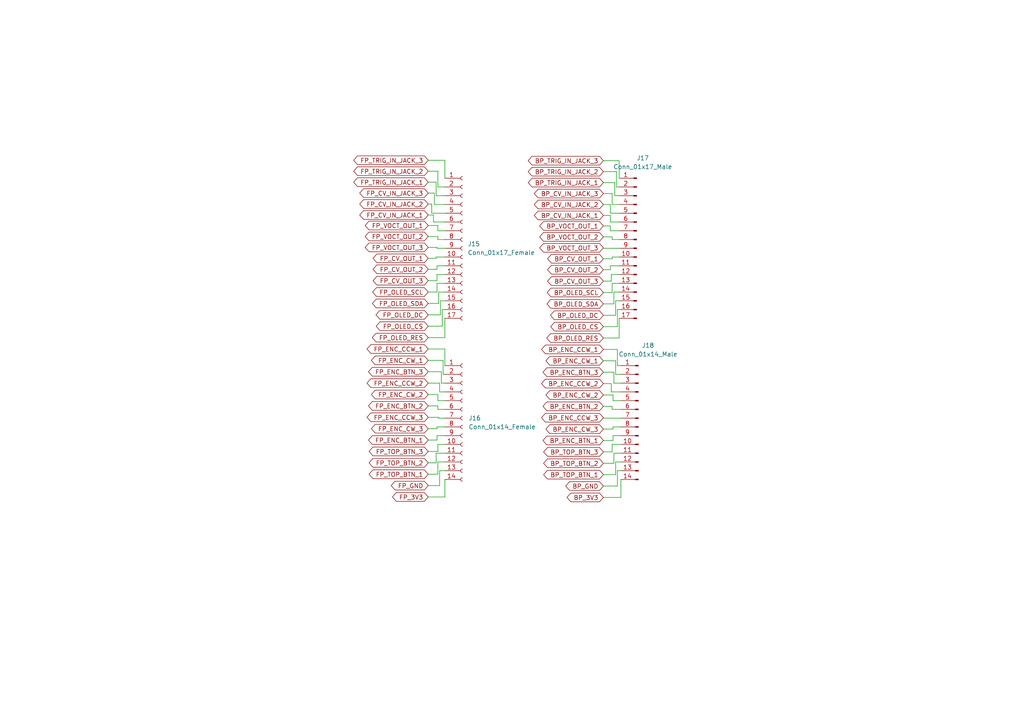
<source format=kicad_sch>
(kicad_sch (version 20211123) (generator eeschema)
  (paper "A4")
  (lib_symbols
    (symbol "Connector:Conn_01x14_Female" (pin_names (offset 1.016) hide)
      (property "Reference" "J" (at 0 17.78 0))
      (property "Value" "Conn_01x14_Female" (at 0 -20.32 0))
      (symbol "Conn_01x14_Female_1_1"
        (arc (start 0 -17.272) (mid -0.508 -17.78) (end 0 -18.288) (stroke (width 0.1524)))
        (arc (start 0 -14.732) (mid -0.508 -15.24) (end 0 -15.748) (stroke (width 0.1524)))
        (arc (start 0 -12.192) (mid -0.508 -12.7) (end 0 -13.208) (stroke (width 0.1524)))
        (arc (start 0 -9.652) (mid -0.508 -10.16) (end 0 -10.668) (stroke (width 0.1524)))
        (arc (start 0 -7.112) (mid -0.508 -7.62) (end 0 -8.128) (stroke (width 0.1524)))
        (arc (start 0 -4.572) (mid -0.508 -5.08) (end 0 -5.588) (stroke (width 0.1524)))
        (arc (start 0 -2.032) (mid -0.508 -2.54) (end 0 -3.048) (stroke (width 0.1524)))
        (polyline (pts (xy -1.27 -17.78) (xy -0.508 -17.78)) (stroke (width 0.1524)))
        (polyline (pts (xy -1.27 -15.24) (xy -0.508 -15.24)) (stroke (width 0.1524)))
        (polyline (pts (xy -1.27 -12.7) (xy -0.508 -12.7)) (stroke (width 0.1524)))
        (polyline (pts (xy -1.27 -10.16) (xy -0.508 -10.16)) (stroke (width 0.1524)))
        (polyline (pts (xy -1.27 -7.62) (xy -0.508 -7.62)) (stroke (width 0.1524)))
        (polyline (pts (xy -1.27 -5.08) (xy -0.508 -5.08)) (stroke (width 0.1524)))
        (polyline (pts (xy -1.27 -2.54) (xy -0.508 -2.54)) (stroke (width 0.1524)))
        (polyline (pts (xy -1.27 0) (xy -0.508 0)) (stroke (width 0.1524)))
        (polyline (pts (xy -1.27 2.54) (xy -0.508 2.54)) (stroke (width 0.1524)))
        (polyline (pts (xy -1.27 5.08) (xy -0.508 5.08)) (stroke (width 0.1524)))
        (polyline (pts (xy -1.27 7.62) (xy -0.508 7.62)) (stroke (width 0.1524)))
        (polyline (pts (xy -1.27 10.16) (xy -0.508 10.16)) (stroke (width 0.1524)))
        (polyline (pts (xy -1.27 12.7) (xy -0.508 12.7)) (stroke (width 0.1524)))
        (polyline (pts (xy -1.27 15.24) (xy -0.508 15.24)) (stroke (width 0.1524)))
        (arc (start 0 0.508) (mid -0.508 0) (end 0 -0.508) (stroke (width 0.1524)))
        (arc (start 0 3.048) (mid -0.508 2.54) (end 0 2.032) (stroke (width 0.1524)))
        (arc (start 0 5.588) (mid -0.508 5.08) (end 0 4.572) (stroke (width 0.1524)))
        (arc (start 0 8.128) (mid -0.508 7.62) (end 0 7.112) (stroke (width 0.1524)))
        (arc (start 0 10.668) (mid -0.508 10.16) (end 0 9.652) (stroke (width 0.1524)))
        (arc (start 0 13.208) (mid -0.508 12.7) (end 0 12.192) (stroke (width 0.1524)))
        (arc (start 0 15.748) (mid -0.508 15.24) (end 0 14.732) (stroke (width 0.1524)))
        (pin passive line (at -5.08 15.24 0) (length 3.81) (name "Pin_1") (number "1"))
        (pin passive line (at -5.08 -7.62 0) (length 3.81) (name "Pin_10") (number "10"))
        (pin passive line (at -5.08 -10.16 0) (length 3.81) (name "Pin_11") (number "11"))
        (pin passive line (at -5.08 -12.7 0) (length 3.81) (name "Pin_12") (number "12"))
        (pin passive line (at -5.08 -15.24 0) (length 3.81) (name "Pin_13") (number "13"))
        (pin passive line (at -5.08 -17.78 0) (length 3.81) (name "Pin_14") (number "14"))
        (pin passive line (at -5.08 12.7 0) (length 3.81) (name "Pin_2") (number "2"))
        (pin passive line (at -5.08 10.16 0) (length 3.81) (name "Pin_3") (number "3"))
        (pin passive line (at -5.08 7.62 0) (length 3.81) (name "Pin_4") (number "4"))
        (pin passive line (at -5.08 5.08 0) (length 3.81) (name "Pin_5") (number "5"))
        (pin passive line (at -5.08 2.54 0) (length 3.81) (name "Pin_6") (number "6"))
        (pin passive line (at -5.08 0 0) (length 3.81) (name "Pin_7") (number "7"))
        (pin passive line (at -5.08 -2.54 0) (length 3.81) (name "Pin_8") (number "8"))
        (pin passive line (at -5.08 -5.08 0) (length 3.81) (name "Pin_9") (number "9"))
      )
    )
    (symbol "Connector:Conn_01x14_Male" (pin_names (offset 1.016) hide)
      (property "Reference" "J" (at 0 17.78 0))
      (property "Value" "Conn_01x14_Male" (at 0 -20.32 0))
      (symbol "Conn_01x14_Male_1_1"
        (polyline (pts (xy 1.27 -17.78) (xy 0.8636 -17.78)) (stroke (width 0.1524)))
        (polyline (pts (xy 1.27 -15.24) (xy 0.8636 -15.24)) (stroke (width 0.1524)))
        (polyline (pts (xy 1.27 -12.7) (xy 0.8636 -12.7)) (stroke (width 0.1524)))
        (polyline (pts (xy 1.27 -10.16) (xy 0.8636 -10.16)) (stroke (width 0.1524)))
        (polyline (pts (xy 1.27 -7.62) (xy 0.8636 -7.62)) (stroke (width 0.1524)))
        (polyline (pts (xy 1.27 -5.08) (xy 0.8636 -5.08)) (stroke (width 0.1524)))
        (polyline (pts (xy 1.27 -2.54) (xy 0.8636 -2.54)) (stroke (width 0.1524)))
        (polyline (pts (xy 1.27 0) (xy 0.8636 0)) (stroke (width 0.1524)))
        (polyline (pts (xy 1.27 2.54) (xy 0.8636 2.54)) (stroke (width 0.1524)))
        (polyline (pts (xy 1.27 5.08) (xy 0.8636 5.08)) (stroke (width 0.1524)))
        (polyline (pts (xy 1.27 7.62) (xy 0.8636 7.62)) (stroke (width 0.1524)))
        (polyline (pts (xy 1.27 10.16) (xy 0.8636 10.16)) (stroke (width 0.1524)))
        (polyline (pts (xy 1.27 12.7) (xy 0.8636 12.7)) (stroke (width 0.1524)))
        (polyline (pts (xy 1.27 15.24) (xy 0.8636 15.24)) (stroke (width 0.1524)))
        (rectangle (start 0.8636 -17.653) (end 0 -17.907) (stroke (width 0.1524)) (fill (type outline)))
        (rectangle (start 0.8636 -15.113) (end 0 -15.367) (stroke (width 0.1524)) (fill (type outline)))
        (rectangle (start 0.8636 -12.573) (end 0 -12.827) (stroke (width 0.1524)) (fill (type outline)))
        (rectangle (start 0.8636 -10.033) (end 0 -10.287) (stroke (width 0.1524)) (fill (type outline)))
        (rectangle (start 0.8636 -7.493) (end 0 -7.747) (stroke (width 0.1524)) (fill (type outline)))
        (rectangle (start 0.8636 -4.953) (end 0 -5.207) (stroke (width 0.1524)) (fill (type outline)))
        (rectangle (start 0.8636 -2.413) (end 0 -2.667) (stroke (width 0.1524)) (fill (type outline)))
        (rectangle (start 0.8636 0.127) (end 0 -0.127) (stroke (width 0.1524)) (fill (type outline)))
        (rectangle (start 0.8636 2.667) (end 0 2.413) (stroke (width 0.1524)) (fill (type outline)))
        (rectangle (start 0.8636 5.207) (end 0 4.953) (stroke (width 0.1524)) (fill (type outline)))
        (rectangle (start 0.8636 7.747) (end 0 7.493) (stroke (width 0.1524)) (fill (type outline)))
        (rectangle (start 0.8636 10.287) (end 0 10.033) (stroke (width 0.1524)) (fill (type outline)))
        (rectangle (start 0.8636 12.827) (end 0 12.573) (stroke (width 0.1524)) (fill (type outline)))
        (rectangle (start 0.8636 15.367) (end 0 15.113) (stroke (width 0.1524)) (fill (type outline)))
        (pin passive line (at 5.08 15.24 180) (length 3.81) (name "Pin_1") (number "1"))
        (pin passive line (at 5.08 -7.62 180) (length 3.81) (name "Pin_10") (number "10"))
        (pin passive line (at 5.08 -10.16 180) (length 3.81) (name "Pin_11") (number "11"))
        (pin passive line (at 5.08 -12.7 180) (length 3.81) (name "Pin_12") (number "12"))
        (pin passive line (at 5.08 -15.24 180) (length 3.81) (name "Pin_13") (number "13"))
        (pin passive line (at 5.08 -17.78 180) (length 3.81) (name "Pin_14") (number "14"))
        (pin passive line (at 5.08 12.7 180) (length 3.81) (name "Pin_2") (number "2"))
        (pin passive line (at 5.08 10.16 180) (length 3.81) (name "Pin_3") (number "3"))
        (pin passive line (at 5.08 7.62 180) (length 3.81) (name "Pin_4") (number "4"))
        (pin passive line (at 5.08 5.08 180) (length 3.81) (name "Pin_5") (number "5"))
        (pin passive line (at 5.08 2.54 180) (length 3.81) (name "Pin_6") (number "6"))
        (pin passive line (at 5.08 0 180) (length 3.81) (name "Pin_7") (number "7"))
        (pin passive line (at 5.08 -2.54 180) (length 3.81) (name "Pin_8") (number "8"))
        (pin passive line (at 5.08 -5.08 180) (length 3.81) (name "Pin_9") (number "9"))
      )
    )
    (symbol "Connector:Conn_01x17_Female" (pin_names (offset 1.016) hide)
      (property "Reference" "J" (at 0 22.86 0))
      (property "Value" "Conn_01x17_Female" (at 0 -22.86 0))
      (symbol "Conn_01x17_Female_1_1"
        (arc (start 0 -19.812) (mid -0.508 -20.32) (end 0 -20.828) (stroke (width 0.1524)))
        (arc (start 0 -17.272) (mid -0.508 -17.78) (end 0 -18.288) (stroke (width 0.1524)))
        (arc (start 0 -14.732) (mid -0.508 -15.24) (end 0 -15.748) (stroke (width 0.1524)))
        (arc (start 0 -12.192) (mid -0.508 -12.7) (end 0 -13.208) (stroke (width 0.1524)))
        (arc (start 0 -9.652) (mid -0.508 -10.16) (end 0 -10.668) (stroke (width 0.1524)))
        (arc (start 0 -7.112) (mid -0.508 -7.62) (end 0 -8.128) (stroke (width 0.1524)))
        (arc (start 0 -4.572) (mid -0.508 -5.08) (end 0 -5.588) (stroke (width 0.1524)))
        (arc (start 0 -2.032) (mid -0.508 -2.54) (end 0 -3.048) (stroke (width 0.1524)))
        (polyline (pts (xy -1.27 -20.32) (xy -0.508 -20.32)) (stroke (width 0.1524)))
        (polyline (pts (xy -1.27 -17.78) (xy -0.508 -17.78)) (stroke (width 0.1524)))
        (polyline (pts (xy -1.27 -15.24) (xy -0.508 -15.24)) (stroke (width 0.1524)))
        (polyline (pts (xy -1.27 -12.7) (xy -0.508 -12.7)) (stroke (width 0.1524)))
        (polyline (pts (xy -1.27 -10.16) (xy -0.508 -10.16)) (stroke (width 0.1524)))
        (polyline (pts (xy -1.27 -7.62) (xy -0.508 -7.62)) (stroke (width 0.1524)))
        (polyline (pts (xy -1.27 -5.08) (xy -0.508 -5.08)) (stroke (width 0.1524)))
        (polyline (pts (xy -1.27 -2.54) (xy -0.508 -2.54)) (stroke (width 0.1524)))
        (polyline (pts (xy -1.27 0) (xy -0.508 0)) (stroke (width 0.1524)))
        (polyline (pts (xy -1.27 2.54) (xy -0.508 2.54)) (stroke (width 0.1524)))
        (polyline (pts (xy -1.27 5.08) (xy -0.508 5.08)) (stroke (width 0.1524)))
        (polyline (pts (xy -1.27 7.62) (xy -0.508 7.62)) (stroke (width 0.1524)))
        (polyline (pts (xy -1.27 10.16) (xy -0.508 10.16)) (stroke (width 0.1524)))
        (polyline (pts (xy -1.27 12.7) (xy -0.508 12.7)) (stroke (width 0.1524)))
        (polyline (pts (xy -1.27 15.24) (xy -0.508 15.24)) (stroke (width 0.1524)))
        (polyline (pts (xy -1.27 17.78) (xy -0.508 17.78)) (stroke (width 0.1524)))
        (polyline (pts (xy -1.27 20.32) (xy -0.508 20.32)) (stroke (width 0.1524)))
        (arc (start 0 0.508) (mid -0.508 0) (end 0 -0.508) (stroke (width 0.1524)))
        (arc (start 0 3.048) (mid -0.508 2.54) (end 0 2.032) (stroke (width 0.1524)))
        (arc (start 0 5.588) (mid -0.508 5.08) (end 0 4.572) (stroke (width 0.1524)))
        (arc (start 0 8.128) (mid -0.508 7.62) (end 0 7.112) (stroke (width 0.1524)))
        (arc (start 0 10.668) (mid -0.508 10.16) (end 0 9.652) (stroke (width 0.1524)))
        (arc (start 0 13.208) (mid -0.508 12.7) (end 0 12.192) (stroke (width 0.1524)))
        (arc (start 0 15.748) (mid -0.508 15.24) (end 0 14.732) (stroke (width 0.1524)))
        (arc (start 0 18.288) (mid -0.508 17.78) (end 0 17.272) (stroke (width 0.1524)))
        (arc (start 0 20.828) (mid -0.508 20.32) (end 0 19.812) (stroke (width 0.1524)))
        (pin passive line (at -5.08 20.32 0) (length 3.81) (name "Pin_1") (number "1"))
        (pin passive line (at -5.08 -2.54 0) (length 3.81) (name "Pin_10") (number "10"))
        (pin passive line (at -5.08 -5.08 0) (length 3.81) (name "Pin_11") (number "11"))
        (pin passive line (at -5.08 -7.62 0) (length 3.81) (name "Pin_12") (number "12"))
        (pin passive line (at -5.08 -10.16 0) (length 3.81) (name "Pin_13") (number "13"))
        (pin passive line (at -5.08 -12.7 0) (length 3.81) (name "Pin_14") (number "14"))
        (pin passive line (at -5.08 -15.24 0) (length 3.81) (name "Pin_15") (number "15"))
        (pin passive line (at -5.08 -17.78 0) (length 3.81) (name "Pin_16") (number "16"))
        (pin passive line (at -5.08 -20.32 0) (length 3.81) (name "Pin_17") (number "17"))
        (pin passive line (at -5.08 17.78 0) (length 3.81) (name "Pin_2") (number "2"))
        (pin passive line (at -5.08 15.24 0) (length 3.81) (name "Pin_3") (number "3"))
        (pin passive line (at -5.08 12.7 0) (length 3.81) (name "Pin_4") (number "4"))
        (pin passive line (at -5.08 10.16 0) (length 3.81) (name "Pin_5") (number "5"))
        (pin passive line (at -5.08 7.62 0) (length 3.81) (name "Pin_6") (number "6"))
        (pin passive line (at -5.08 5.08 0) (length 3.81) (name "Pin_7") (number "7"))
        (pin passive line (at -5.08 2.54 0) (length 3.81) (name "Pin_8") (number "8"))
        (pin passive line (at -5.08 0 0) (length 3.81) (name "Pin_9") (number "9"))
      )
    )
    (symbol "Connector:Conn_01x17_Male" (pin_names (offset 1.016) hide)
      (property "Reference" "J" (at 0 22.86 0))
      (property "Value" "Conn_01x17_Male" (at 0 -22.86 0))
      (symbol "Conn_01x17_Male_1_1"
        (polyline (pts (xy 1.27 -20.32) (xy 0.8636 -20.32)) (stroke (width 0.1524)))
        (polyline (pts (xy 1.27 -17.78) (xy 0.8636 -17.78)) (stroke (width 0.1524)))
        (polyline (pts (xy 1.27 -15.24) (xy 0.8636 -15.24)) (stroke (width 0.1524)))
        (polyline (pts (xy 1.27 -12.7) (xy 0.8636 -12.7)) (stroke (width 0.1524)))
        (polyline (pts (xy 1.27 -10.16) (xy 0.8636 -10.16)) (stroke (width 0.1524)))
        (polyline (pts (xy 1.27 -7.62) (xy 0.8636 -7.62)) (stroke (width 0.1524)))
        (polyline (pts (xy 1.27 -5.08) (xy 0.8636 -5.08)) (stroke (width 0.1524)))
        (polyline (pts (xy 1.27 -2.54) (xy 0.8636 -2.54)) (stroke (width 0.1524)))
        (polyline (pts (xy 1.27 0) (xy 0.8636 0)) (stroke (width 0.1524)))
        (polyline (pts (xy 1.27 2.54) (xy 0.8636 2.54)) (stroke (width 0.1524)))
        (polyline (pts (xy 1.27 5.08) (xy 0.8636 5.08)) (stroke (width 0.1524)))
        (polyline (pts (xy 1.27 7.62) (xy 0.8636 7.62)) (stroke (width 0.1524)))
        (polyline (pts (xy 1.27 10.16) (xy 0.8636 10.16)) (stroke (width 0.1524)))
        (polyline (pts (xy 1.27 12.7) (xy 0.8636 12.7)) (stroke (width 0.1524)))
        (polyline (pts (xy 1.27 15.24) (xy 0.8636 15.24)) (stroke (width 0.1524)))
        (polyline (pts (xy 1.27 17.78) (xy 0.8636 17.78)) (stroke (width 0.1524)))
        (polyline (pts (xy 1.27 20.32) (xy 0.8636 20.32)) (stroke (width 0.1524)))
        (rectangle (start 0.8636 -20.193) (end 0 -20.447) (stroke (width 0.1524)) (fill (type outline)))
        (rectangle (start 0.8636 -17.653) (end 0 -17.907) (stroke (width 0.1524)) (fill (type outline)))
        (rectangle (start 0.8636 -15.113) (end 0 -15.367) (stroke (width 0.1524)) (fill (type outline)))
        (rectangle (start 0.8636 -12.573) (end 0 -12.827) (stroke (width 0.1524)) (fill (type outline)))
        (rectangle (start 0.8636 -10.033) (end 0 -10.287) (stroke (width 0.1524)) (fill (type outline)))
        (rectangle (start 0.8636 -7.493) (end 0 -7.747) (stroke (width 0.1524)) (fill (type outline)))
        (rectangle (start 0.8636 -4.953) (end 0 -5.207) (stroke (width 0.1524)) (fill (type outline)))
        (rectangle (start 0.8636 -2.413) (end 0 -2.667) (stroke (width 0.1524)) (fill (type outline)))
        (rectangle (start 0.8636 0.127) (end 0 -0.127) (stroke (width 0.1524)) (fill (type outline)))
        (rectangle (start 0.8636 2.667) (end 0 2.413) (stroke (width 0.1524)) (fill (type outline)))
        (rectangle (start 0.8636 5.207) (end 0 4.953) (stroke (width 0.1524)) (fill (type outline)))
        (rectangle (start 0.8636 7.747) (end 0 7.493) (stroke (width 0.1524)) (fill (type outline)))
        (rectangle (start 0.8636 10.287) (end 0 10.033) (stroke (width 0.1524)) (fill (type outline)))
        (rectangle (start 0.8636 12.827) (end 0 12.573) (stroke (width 0.1524)) (fill (type outline)))
        (rectangle (start 0.8636 15.367) (end 0 15.113) (stroke (width 0.1524)) (fill (type outline)))
        (rectangle (start 0.8636 17.907) (end 0 17.653) (stroke (width 0.1524)) (fill (type outline)))
        (rectangle (start 0.8636 20.447) (end 0 20.193) (stroke (width 0.1524)) (fill (type outline)))
        (pin passive line (at 5.08 20.32 180) (length 3.81) (name "Pin_1") (number "1"))
        (pin passive line (at 5.08 -2.54 180) (length 3.81) (name "Pin_10") (number "10"))
        (pin passive line (at 5.08 -5.08 180) (length 3.81) (name "Pin_11") (number "11"))
        (pin passive line (at 5.08 -7.62 180) (length 3.81) (name "Pin_12") (number "12"))
        (pin passive line (at 5.08 -10.16 180) (length 3.81) (name "Pin_13") (number "13"))
        (pin passive line (at 5.08 -12.7 180) (length 3.81) (name "Pin_14") (number "14"))
        (pin passive line (at 5.08 -15.24 180) (length 3.81) (name "Pin_15") (number "15"))
        (pin passive line (at 5.08 -17.78 180) (length 3.81) (name "Pin_16") (number "16"))
        (pin passive line (at 5.08 -20.32 180) (length 3.81) (name "Pin_17") (number "17"))
        (pin passive line (at 5.08 17.78 180) (length 3.81) (name "Pin_2") (number "2"))
        (pin passive line (at 5.08 15.24 180) (length 3.81) (name "Pin_3") (number "3"))
        (pin passive line (at 5.08 12.7 180) (length 3.81) (name "Pin_4") (number "4"))
        (pin passive line (at 5.08 10.16 180) (length 3.81) (name "Pin_5") (number "5"))
        (pin passive line (at 5.08 7.62 180) (length 3.81) (name "Pin_6") (number "6"))
        (pin passive line (at 5.08 5.08 180) (length 3.81) (name "Pin_7") (number "7"))
        (pin passive line (at 5.08 2.54 180) (length 3.81) (name "Pin_8") (number "8"))
        (pin passive line (at 5.08 0 180) (length 3.81) (name "Pin_9") (number "9"))
      )
    )
  )
  (wire (pts (xy 125.73 62.357) (xy 124.206 62.357)))
  (wire (pts (xy 129.032 61.849) (xy 125.222 61.849)))
  (wire (pts (xy 126.746 123.825) (xy 126.746 124.333)))
  (wire (pts (xy 126.746 82.169) (xy 126.746 84.709)))
  (wire (pts (xy 179.578 46.609) (xy 175.006 46.609)))
  (wire (pts (xy 129.032 74.549) (xy 126.492 74.549)))
  (wire (pts (xy 180.086 111.125) (xy 178.054 111.125)))
  (wire (pts (xy 129.032 46.482) (xy 124.206 46.482)))
  (wire (pts (xy 178.054 88.138) (xy 175.006 88.138)))
  (wire (pts (xy 179.578 92.329) (xy 179.578 98.044)))
  (wire (pts (xy 180.086 133.985) (xy 178.562 133.985)))
  (wire (pts (xy 127.762 87.249) (xy 127.762 91.313)))
  (wire (pts (xy 126.746 72.009) (xy 126.746 71.755)))
  (wire (pts (xy 179.07 140.97) (xy 175.006 140.97)))
  (wire (pts (xy 127 114.427) (xy 124.206 114.427)))
  (wire (pts (xy 177.038 78.232) (xy 175.006 78.232)))
  (wire (pts (xy 178.308 52.959) (xy 175.006 52.959)))
  (wire (pts (xy 129.032 128.905) (xy 127 128.905)))
  (wire (pts (xy 126.492 131.445) (xy 126.492 134.239)))
  (wire (pts (xy 177.546 59.309) (xy 177.546 56.134)))
  (wire (pts (xy 178.816 49.784) (xy 175.006 49.784)))
  (wire (pts (xy 126.746 77.089) (xy 126.746 78.105)))
  (wire (pts (xy 177.546 68.707) (xy 175.006 68.707)))
  (wire (pts (xy 177.546 84.836) (xy 175.006 84.836)))
  (wire (pts (xy 179.578 74.549) (xy 177.546 74.549)))
  (wire (pts (xy 177.546 131.064) (xy 175.006 131.064)))
  (wire (pts (xy 128.016 107.823) (xy 124.206 107.823)))
  (wire (pts (xy 180.086 113.665) (xy 177.292 113.665)))
  (wire (pts (xy 178.562 137.668) (xy 175.006 137.668)))
  (wire (pts (xy 126.746 126.365) (xy 126.746 127.635)))
  (wire (pts (xy 177.546 128.905) (xy 177.546 131.064)))
  (wire (pts (xy 180.086 123.825) (xy 177.8 123.825)))
  (wire (pts (xy 180.086 126.365) (xy 177.8 126.365)))
  (wire (pts (xy 179.578 98.044) (xy 175.006 98.044)))
  (wire (pts (xy 180.086 106.045) (xy 179.07 106.045)))
  (wire (pts (xy 129.032 136.525) (xy 127.508 136.525)))
  (wire (pts (xy 180.086 131.445) (xy 178.054 131.445)))
  (wire (pts (xy 129.032 126.365) (xy 126.746 126.365)))
  (wire (pts (xy 129.032 79.629) (xy 126.746 79.629)))
  (wire (pts (xy 179.07 94.742) (xy 175.006 94.742)))
  (wire (pts (xy 177.546 75.057) (xy 175.006 75.057)))
  (wire (pts (xy 129.032 92.329) (xy 129.032 97.917)))
  (wire (pts (xy 179.578 54.229) (xy 178.816 54.229)))
  (wire (pts (xy 178.054 134.366) (xy 175.006 134.366)))
  (wire (pts (xy 180.086 121.285) (xy 175.006 121.285)))
  (wire (pts (xy 126.746 84.709) (xy 124.206 84.709)))
  (wire (pts (xy 124.206 101.219) (xy 129.032 101.219)))
  (wire (pts (xy 177.8 126.365) (xy 177.8 127.762)))
  (wire (pts (xy 177.038 61.849) (xy 177.038 59.309)))
  (wire (pts (xy 125.73 64.389) (xy 125.73 62.357)))
  (wire (pts (xy 129.032 139.065) (xy 129.032 144.145)))
  (wire (pts (xy 127 133.985) (xy 127 137.541)))
  (wire (pts (xy 178.308 56.769) (xy 178.308 52.959)))
  (wire (pts (xy 129.032 118.745) (xy 127 118.745)))
  (wire (pts (xy 179.07 106.045) (xy 179.07 101.346)))
  (wire (pts (xy 179.578 87.249) (xy 178.562 87.249)))
  (wire (pts (xy 125.222 61.849) (xy 125.222 59.182)))
  (wire (pts (xy 177.292 111.252) (xy 175.006 111.252)))
  (wire (pts (xy 127.508 140.843) (xy 124.206 140.843)))
  (wire (pts (xy 179.578 59.309) (xy 177.546 59.309)))
  (wire (pts (xy 129.032 108.585) (xy 128.524 108.585)))
  (wire (pts (xy 177.292 113.665) (xy 177.292 111.252)))
  (wire (pts (xy 177.292 79.629) (xy 177.292 81.534)))
  (wire (pts (xy 127.254 84.709) (xy 127.254 88.011)))
  (wire (pts (xy 129.032 131.445) (xy 126.492 131.445)))
  (wire (pts (xy 179.578 56.769) (xy 178.308 56.769)))
  (wire (pts (xy 177.8 116.205) (xy 177.8 114.554)))
  (wire (pts (xy 129.032 51.689) (xy 129.032 46.482)))
  (wire (pts (xy 177.038 59.309) (xy 175.006 59.309)))
  (wire (pts (xy 177.038 62.484) (xy 175.006 62.484)))
  (wire (pts (xy 128.524 104.521) (xy 124.206 104.521)))
  (wire (pts (xy 180.086 108.585) (xy 178.562 108.585)))
  (wire (pts (xy 127 117.729) (xy 124.206 117.729)))
  (wire (pts (xy 178.562 91.44) (xy 175.006 91.44)))
  (wire (pts (xy 127.762 91.313) (xy 124.206 91.313)))
  (wire (pts (xy 127 116.205) (xy 127 114.427)))
  (wire (pts (xy 127.254 88.011) (xy 124.206 88.011)))
  (wire (pts (xy 129.032 111.125) (xy 128.016 111.125)))
  (wire (pts (xy 179.578 69.469) (xy 177.546 69.469)))
  (wire (pts (xy 180.086 128.905) (xy 177.546 128.905)))
  (wire (pts (xy 129.032 59.309) (xy 125.984 59.309)))
  (wire (pts (xy 126.492 52.832) (xy 124.206 52.832)))
  (wire (pts (xy 129.032 82.169) (xy 126.746 82.169)))
  (wire (pts (xy 178.562 87.249) (xy 178.562 91.44)))
  (wire (pts (xy 178.054 84.709) (xy 178.054 88.138)))
  (wire (pts (xy 179.578 77.089) (xy 177.038 77.089)))
  (wire (pts (xy 129.032 144.145) (xy 124.206 144.145)))
  (wire (pts (xy 127 128.905) (xy 127 130.937)))
  (wire (pts (xy 177.8 124.46) (xy 175.006 124.46)))
  (wire (pts (xy 177.546 74.549) (xy 177.546 75.057)))
  (wire (pts (xy 175.006 72.009) (xy 175.006 71.882)))
  (wire (pts (xy 127.508 136.525) (xy 127.508 140.843)))
  (wire (pts (xy 179.07 101.346) (xy 175.006 101.346)))
  (wire (pts (xy 180.086 139.065) (xy 180.086 144.272)))
  (wire (pts (xy 178.054 111.125) (xy 178.054 107.95)))
  (wire (pts (xy 129.032 101.219) (xy 129.032 106.045)))
  (wire (pts (xy 177.546 56.134) (xy 175.006 56.134)))
  (wire (pts (xy 125.984 56.007) (xy 124.206 56.007)))
  (wire (pts (xy 127.254 121.285) (xy 127.254 121.031)))
  (wire (pts (xy 125.984 59.309) (xy 125.984 56.007)))
  (wire (pts (xy 178.562 104.648) (xy 175.006 104.648)))
  (wire (pts (xy 180.086 144.272) (xy 175.006 144.272)))
  (wire (pts (xy 177.546 69.469) (xy 177.546 68.707)))
  (wire (pts (xy 129.032 89.789) (xy 128.27 89.789)))
  (wire (pts (xy 177.292 81.534) (xy 175.006 81.534)))
  (wire (pts (xy 178.562 133.985) (xy 178.562 137.668)))
  (wire (pts (xy 179.578 79.629) (xy 177.292 79.629)))
  (wire (pts (xy 129.032 113.665) (xy 127.508 113.665)))
  (wire (pts (xy 128.016 111.125) (xy 128.016 107.823)))
  (wire (pts (xy 126.746 81.407) (xy 124.206 81.407)))
  (wire (pts (xy 127 49.657) (xy 124.206 49.657)))
  (wire (pts (xy 126.492 74.549) (xy 126.492 74.93)))
  (wire (pts (xy 177.8 127.762) (xy 175.006 127.762)))
  (wire (pts (xy 177.038 66.929) (xy 177.038 65.532)))
  (wire (pts (xy 129.032 116.205) (xy 127 116.205)))
  (wire (pts (xy 126.746 124.333) (xy 124.206 124.333)))
  (wire (pts (xy 180.086 116.205) (xy 177.8 116.205)))
  (wire (pts (xy 126.492 74.93) (xy 124.206 74.93)))
  (wire (pts (xy 129.032 54.229) (xy 127 54.229)))
  (wire (pts (xy 179.578 82.169) (xy 177.546 82.169)))
  (wire (pts (xy 177.546 82.169) (xy 177.546 84.836)))
  (wire (pts (xy 180.086 136.525) (xy 179.07 136.525)))
  (wire (pts (xy 127 65.405) (xy 124.206 65.405)))
  (wire (pts (xy 127 137.541) (xy 124.206 137.541)))
  (wire (pts (xy 177.8 123.825) (xy 177.8 124.46)))
  (wire (pts (xy 179.07 89.789) (xy 179.07 94.742)))
  (wire (pts (xy 126.746 127.635) (xy 124.206 127.635)))
  (wire (pts (xy 177.546 117.856) (xy 175.006 117.856)))
  (wire (pts (xy 127 118.745) (xy 127 117.729)))
  (wire (pts (xy 179.578 51.689) (xy 179.578 46.609)))
  (wire (pts (xy 129.032 133.985) (xy 127 133.985)))
  (wire (pts (xy 128.27 89.789) (xy 128.27 94.615)))
  (wire (pts (xy 179.578 72.009) (xy 175.006 72.009)))
  (wire (pts (xy 126.746 78.105) (xy 124.206 78.105)))
  (wire (pts (xy 127 69.469) (xy 127 68.58)))
  (wire (pts (xy 177.038 65.532) (xy 175.006 65.532)))
  (wire (pts (xy 129.032 84.709) (xy 127.254 84.709)))
  (wire (pts (xy 177.546 118.745) (xy 177.546 117.856)))
  (wire (pts (xy 127.508 113.665) (xy 127.508 111.125)))
  (wire (pts (xy 127 68.58) (xy 124.206 68.58)))
  (wire (pts (xy 177.038 64.389) (xy 177.038 62.484)))
  (wire (pts (xy 127.508 111.125) (xy 124.206 111.125)))
  (wire (pts (xy 178.816 54.229) (xy 178.816 49.784)))
  (wire (pts (xy 127 130.937) (xy 124.206 130.937)))
  (wire (pts (xy 129.032 64.389) (xy 125.73 64.389)))
  (wire (pts (xy 125.222 59.182) (xy 124.206 59.182)))
  (wire (pts (xy 127 54.229) (xy 127 49.657)))
  (wire (pts (xy 179.578 84.709) (xy 178.054 84.709)))
  (wire (pts (xy 126.492 56.769) (xy 126.492 52.832)))
  (wire (pts (xy 129.032 69.469) (xy 127 69.469)))
  (wire (pts (xy 126.746 71.755) (xy 124.206 71.755)))
  (wire (pts (xy 129.032 56.769) (xy 126.492 56.769)))
  (wire (pts (xy 179.578 89.789) (xy 179.07 89.789)))
  (wire (pts (xy 129.032 72.009) (xy 126.746 72.009)))
  (wire (pts (xy 129.032 66.929) (xy 127 66.929)))
  (wire (pts (xy 179.07 136.525) (xy 179.07 140.97)))
  (wire (pts (xy 175.006 121.285) (xy 175.006 121.158)))
  (wire (pts (xy 177.038 77.089) (xy 177.038 78.232)))
  (wire (pts (xy 129.032 97.917) (xy 124.206 97.917)))
  (wire (pts (xy 179.578 66.929) (xy 177.038 66.929)))
  (wire (pts (xy 126.492 134.239) (xy 124.206 134.239)))
  (wire (pts (xy 178.054 131.445) (xy 178.054 134.366)))
  (wire (pts (xy 180.086 118.745) (xy 177.546 118.745)))
  (wire (pts (xy 127 66.929) (xy 127 65.405)))
  (wire (pts (xy 129.032 77.089) (xy 126.746 77.089)))
  (wire (pts (xy 128.524 108.585) (xy 128.524 104.521)))
  (wire (pts (xy 129.032 123.825) (xy 126.746 123.825)))
  (wire (pts (xy 126.746 79.629) (xy 126.746 81.407)))
  (wire (pts (xy 178.562 108.585) (xy 178.562 104.648)))
  (wire (pts (xy 178.054 107.95) (xy 175.006 107.95)))
  (wire (pts (xy 127.254 121.031) (xy 124.206 121.031)))
  (wire (pts (xy 129.032 87.249) (xy 127.762 87.249)))
  (wire (pts (xy 177.8 114.554) (xy 175.006 114.554)))
  (wire (pts (xy 179.578 64.389) (xy 177.038 64.389)))
  (wire (pts (xy 179.578 61.849) (xy 177.038 61.849)))
  (wire (pts (xy 128.27 94.615) (xy 124.206 94.615)))
  (wire (pts (xy 129.032 121.285) (xy 127.254 121.285)))
  (global_label "BP_ENC_BTN_2" (shape bidirectional) (at 175.006 117.856 180) (property "Intersheet References" "${INTERSHEET_REFS}" (effects hide)))
  (global_label "BP_ENC_CW_1" (shape bidirectional) (at 175.006 104.648 180) (property "Intersheet References" "${INTERSHEET_REFS}" (effects hide)))
  (global_label "FP_TOP_BTN_3" (shape bidirectional) (at 124.206 130.937 180) (property "Intersheet References" "${INTERSHEET_REFS}" (effects hide)))
  (global_label "BP_GND" (shape bidirectional) (at 175.006 140.97 180) (property "Intersheet References" "${INTERSHEET_REFS}" (effects hide)))
  (global_label "BP_VOCT_OUT_2" (shape bidirectional) (at 175.006 68.707 180) (property "Intersheet References" "${INTERSHEET_REFS}" (effects hide)))
  (global_label "BP_ENC_CCW_3" (shape bidirectional) (at 175.006 121.158 180) (property "Intersheet References" "${INTERSHEET_REFS}" (effects hide)))
  (global_label "BP_TRIG_IN_JACK_3" (shape bidirectional) (at 175.006 46.609 180) (property "Intersheet References" "${INTERSHEET_REFS}" (effects hide)))
  (global_label "FP_OLED_SDA" (shape bidirectional) (at 124.206 88.011 180) (property "Intersheet References" "${INTERSHEET_REFS}" (effects hide)))
  (global_label "FP_CV_IN_JACK_3" (shape bidirectional) (at 124.206 56.007 180) (property "Intersheet References" "${INTERSHEET_REFS}" (effects hide)))
  (global_label "FP_GND" (shape bidirectional) (at 124.206 140.843 180) (property "Intersheet References" "${INTERSHEET_REFS}" (effects hide)))
  (global_label "FP_ENC_BTN_1" (shape bidirectional) (at 124.206 127.635 180) (property "Intersheet References" "${INTERSHEET_REFS}" (effects hide)))
  (global_label "BP_OLED_SDA" (shape bidirectional) (at 175.006 88.138 180) (property "Intersheet References" "${INTERSHEET_REFS}" (effects hide)))
  (global_label "BP_ENC_CCW_1" (shape bidirectional) (at 175.006 101.346 180) (property "Intersheet References" "${INTERSHEET_REFS}" (effects hide)))
  (global_label "FP_CV_OUT_1" (shape bidirectional) (at 124.206 74.93 180) (property "Intersheet References" "${INTERSHEET_REFS}" (effects hide)))
  (global_label "BP_CV_IN_JACK_2" (shape bidirectional) (at 175.006 59.309 180) (property "Intersheet References" "${INTERSHEET_REFS}" (effects hide)))
  (global_label "FP_TOP_BTN_1" (shape bidirectional) (at 124.206 137.541 180) (property "Intersheet References" "${INTERSHEET_REFS}" (effects hide)))
  (global_label "FP_VOCT_OUT_1" (shape bidirectional) (at 124.206 65.405 180) (property "Intersheet References" "${INTERSHEET_REFS}" (effects hide)))
  (global_label "BP_OLED_RES" (shape bidirectional) (at 175.006 98.044 180) (property "Intersheet References" "${INTERSHEET_REFS}" (effects hide)))
  (global_label "BP_ENC_CW_2" (shape bidirectional) (at 175.006 114.554 180) (property "Intersheet References" "${INTERSHEET_REFS}" (effects hide)))
  (global_label "BP_CV_IN_JACK_3" (shape bidirectional) (at 175.006 56.134 180) (property "Intersheet References" "${INTERSHEET_REFS}" (effects hide)))
  (global_label "FP_ENC_CW_1" (shape bidirectional) (at 124.206 104.521 180) (property "Intersheet References" "${INTERSHEET_REFS}" (effects hide)))
  (global_label "BP_ENC_BTN_3" (shape bidirectional) (at 175.006 107.95 180) (property "Intersheet References" "${INTERSHEET_REFS}" (effects hide)))
  (global_label "FP_VOCT_OUT_3" (shape bidirectional) (at 124.206 71.755 180) (property "Intersheet References" "${INTERSHEET_REFS}" (effects hide)))
  (global_label "BP_VOCT_OUT_3" (shape bidirectional) (at 175.006 71.882 180) (property "Intersheet References" "${INTERSHEET_REFS}" (effects hide)))
  (global_label "BP_CV_OUT_1" (shape bidirectional) (at 175.006 75.057 180) (property "Intersheet References" "${INTERSHEET_REFS}" (effects hide)))
  (global_label "FP_TRIG_IN_JACK_3" (shape bidirectional) (at 124.206 46.482 180) (property "Intersheet References" "${INTERSHEET_REFS}" (effects hide)))
  (global_label "FP_CV_OUT_3" (shape bidirectional) (at 124.206 81.407 180) (property "Intersheet References" "${INTERSHEET_REFS}" (effects hide)))
  (global_label "BP_OLED_CS" (shape bidirectional) (at 175.006 94.742 180) (property "Intersheet References" "${INTERSHEET_REFS}" (effects hide)))
  (global_label "FP_TOP_BTN_2" (shape bidirectional) (at 124.206 134.239 180) (property "Intersheet References" "${INTERSHEET_REFS}" (effects hide)))
  (global_label "FP_VOCT_OUT_2" (shape bidirectional) (at 124.206 68.58 180) (property "Intersheet References" "${INTERSHEET_REFS}" (effects hide)))
  (global_label "FP_CV_IN_JACK_1" (shape bidirectional) (at 124.206 62.357 180) (property "Intersheet References" "${INTERSHEET_REFS}" (effects hide)))
  (global_label "BP_ENC_CW_3" (shape bidirectional) (at 175.006 124.46 180) (property "Intersheet References" "${INTERSHEET_REFS}" (effects hide)))
  (global_label "BP_TOP_BTN_2" (shape bidirectional) (at 175.006 134.366 180) (property "Intersheet References" "${INTERSHEET_REFS}" (effects hide)))
  (global_label "BP_VOCT_OUT_1" (shape bidirectional) (at 175.006 65.532 180) (property "Intersheet References" "${INTERSHEET_REFS}" (effects hide)))
  (global_label "FP_3V3" (shape bidirectional) (at 124.206 144.145 180) (property "Intersheet References" "${INTERSHEET_REFS}" (effects hide)))
  (global_label "FP_ENC_CW_3" (shape bidirectional) (at 124.206 124.333 180) (property "Intersheet References" "${INTERSHEET_REFS}" (effects hide)))
  (global_label "BP_CV_OUT_3" (shape bidirectional) (at 175.006 81.534 180) (property "Intersheet References" "${INTERSHEET_REFS}" (effects hide)))
  (global_label "FP_ENC_CCW_1" (shape bidirectional) (at 124.206 101.219 180) (property "Intersheet References" "${INTERSHEET_REFS}" (effects hide)))
  (global_label "BP_ENC_BTN_1" (shape bidirectional) (at 175.006 127.762 180) (property "Intersheet References" "${INTERSHEET_REFS}" (effects hide)))
  (global_label "FP_OLED_RES" (shape bidirectional) (at 124.206 97.917 180) (property "Intersheet References" "${INTERSHEET_REFS}" (effects hide)))
  (global_label "BP_TRIG_IN_JACK_2" (shape bidirectional) (at 175.006 49.784 180) (property "Intersheet References" "${INTERSHEET_REFS}" (effects hide)))
  (global_label "FP_OLED_DC" (shape bidirectional) (at 124.206 91.313 180) (property "Intersheet References" "${INTERSHEET_REFS}" (effects hide)))
  (global_label "FP_TRIG_IN_JACK_2" (shape bidirectional) (at 124.206 49.657 180) (property "Intersheet References" "${INTERSHEET_REFS}" (effects hide)))
  (global_label "FP_ENC_CCW_2" (shape bidirectional) (at 124.206 111.125 180) (property "Intersheet References" "${INTERSHEET_REFS}" (effects hide)))
  (global_label "FP_OLED_CS" (shape bidirectional) (at 124.206 94.615 180) (property "Intersheet References" "${INTERSHEET_REFS}" (effects hide)))
  (global_label "BP_CV_OUT_2" (shape bidirectional) (at 175.006 78.232 180) (property "Intersheet References" "${INTERSHEET_REFS}" (effects hide)))
  (global_label "FP_ENC_CW_2" (shape bidirectional) (at 124.206 114.427 180) (property "Intersheet References" "${INTERSHEET_REFS}" (effects hide)))
  (global_label "BP_CV_IN_JACK_1" (shape bidirectional) (at 175.006 62.484 180) (property "Intersheet References" "${INTERSHEET_REFS}" (effects hide)))
  (global_label "BP_OLED_DC" (shape bidirectional) (at 175.006 91.44 180) (property "Intersheet References" "${INTERSHEET_REFS}" (effects hide)))
  (global_label "FP_CV_OUT_2" (shape bidirectional) (at 124.206 78.105 180) (property "Intersheet References" "${INTERSHEET_REFS}" (effects hide)))
  (global_label "BP_3V3" (shape bidirectional) (at 175.006 144.272 180) (property "Intersheet References" "${INTERSHEET_REFS}" (effects hide)))
  (global_label "FP_CV_IN_JACK_2" (shape bidirectional) (at 124.206 59.182 180) (property "Intersheet References" "${INTERSHEET_REFS}" (effects hide)))
  (global_label "FP_ENC_BTN_3" (shape bidirectional) (at 124.206 107.823 180) (property "Intersheet References" "${INTERSHEET_REFS}" (effects hide)))
  (global_label "BP_TRIG_IN_JACK_1" (shape bidirectional) (at 175.006 52.959 180) (property "Intersheet References" "${INTERSHEET_REFS}" (effects hide)))
  (global_label "BP_TOP_BTN_1" (shape bidirectional) (at 175.006 137.668 180) (property "Intersheet References" "${INTERSHEET_REFS}" (effects hide)))
  (global_label "BP_ENC_CCW_2" (shape bidirectional) (at 175.006 111.252 180) (property "Intersheet References" "${INTERSHEET_REFS}" (effects hide)))
  (global_label "BP_TOP_BTN_3" (shape bidirectional) (at 175.006 131.064 180) (property "Intersheet References" "${INTERSHEET_REFS}" (effects hide)))
  (global_label "FP_TRIG_IN_JACK_1" (shape bidirectional) (at 124.206 52.832 180) (property "Intersheet References" "${INTERSHEET_REFS}" (effects hide)))
  (global_label "FP_ENC_BTN_2" (shape bidirectional) (at 124.206 117.729 180) (property "Intersheet References" "${INTERSHEET_REFS}" (effects hide)))
  (global_label "BP_OLED_SCL" (shape bidirectional) (at 175.006 84.836 180) (property "Intersheet References" "${INTERSHEET_REFS}" (effects hide)))
  (global_label "FP_OLED_SCL" (shape bidirectional) (at 124.206 84.709 180) (property "Intersheet References" "${INTERSHEET_REFS}" (effects hide)))
  (global_label "FP_ENC_CCW_3" (shape bidirectional) (at 124.206 121.031 180) (property "Intersheet References" "${INTERSHEET_REFS}" (effects hide)))
  (symbol (lib_id "Connector:Conn_01x17_Female") (at 134.112 72.009 0) (unit 1)
    (property "Reference" "J15" (at 135.636 70.7389 0) (effects (justify left)))
    (property "Value" "Conn_01x17_Female" (at 135.636 73.2789 0) (effects (justify left)))
  )
  (symbol (lib_id "Connector:Conn_01x17_Male") (at 184.658 72.009 0) (mirror y) (unit 1)
    (property "Reference" "J17" (at 186.436 45.847 0))
    (property "Value" "Conn_01x17_Male" (at 186.436 48.387 0))
  )
  (symbol (lib_id "Connector:Conn_01x14_Female") (at 134.112 121.285 0) (unit 1)
    (property "Reference" "J16" (at 135.89 121.2849 0) (effects (justify left)))
    (property "Value" "Conn_01x14_Female" (at 135.89 123.8249 0) (effects (justify left)))
  )
  (symbol (lib_id "Connector:Conn_01x14_Male") (at 185.166 121.285 0) (mirror y) (unit 1)
    (property "Reference" "J18" (at 187.96 100.203 0))
    (property "Value" "Conn_01x14_Male" (at 187.96 102.743 0))
  )
)
</source>
